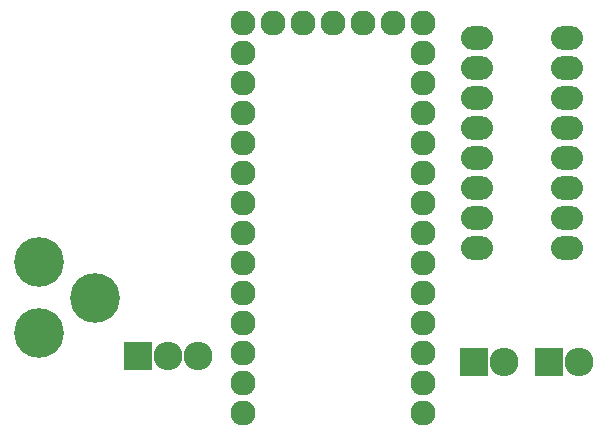
<source format=gbs>
G04 #@! TF.FileFunction,Soldermask,Bot*
%FSLAX46Y46*%
G04 Gerber Fmt 4.6, Leading zero omitted, Abs format (unit mm)*
G04 Created by KiCad (PCBNEW 4.0.2-stable) date 8/12/2016 8:24:09 AM*
%MOMM*%
G01*
G04 APERTURE LIST*
%ADD10C,0.100000*%
%ADD11O,2.700000X2.000000*%
%ADD12C,2.127200*%
%ADD13R,2.432000X2.432000*%
%ADD14O,2.432000X2.432000*%
%ADD15C,4.210000*%
G04 APERTURE END LIST*
D10*
D11*
X247904000Y-80518000D03*
X247904000Y-77978000D03*
X247904000Y-75438000D03*
X247904000Y-72898000D03*
X247904000Y-70358000D03*
X247904000Y-67818000D03*
X247904000Y-65278000D03*
X247904000Y-62738000D03*
X240284000Y-62738000D03*
X240284000Y-65278000D03*
X240284000Y-67818000D03*
X240284000Y-70358000D03*
X240284000Y-72898000D03*
X240284000Y-75438000D03*
X240284000Y-77978000D03*
X240284000Y-80518000D03*
D12*
X235712000Y-94488000D03*
X235712000Y-91948000D03*
X235712000Y-89408000D03*
X235712000Y-86868000D03*
X235712000Y-84328000D03*
X235712000Y-81788000D03*
X235712000Y-79248000D03*
X235712000Y-76708000D03*
X235712000Y-74168000D03*
X235712000Y-71628000D03*
X235712000Y-69088000D03*
X235712000Y-66548000D03*
X235712000Y-64008000D03*
X235712000Y-61468000D03*
X233172000Y-61468000D03*
X230632000Y-61468000D03*
X228092000Y-61468000D03*
X225552000Y-61468000D03*
X223012000Y-61468000D03*
X220472000Y-61468000D03*
X220472000Y-69088000D03*
X220472000Y-89408000D03*
X220472000Y-74168000D03*
X220472000Y-71628000D03*
X220472000Y-91948000D03*
X220472000Y-84328000D03*
X220472000Y-94488000D03*
X220472000Y-81788000D03*
X220472000Y-79248000D03*
X220472000Y-76708000D03*
X220472000Y-86868000D03*
X220472000Y-64008000D03*
X220472000Y-66548000D03*
D13*
X246380000Y-90170000D03*
D14*
X248920000Y-90170000D03*
D13*
X211582000Y-89662000D03*
D14*
X214122000Y-89662000D03*
X216662000Y-89662000D03*
D13*
X240030000Y-90170000D03*
D14*
X242570000Y-90170000D03*
D15*
X203200000Y-81737200D03*
X203200000Y-87736680D03*
X207899000Y-84736940D03*
M02*

</source>
